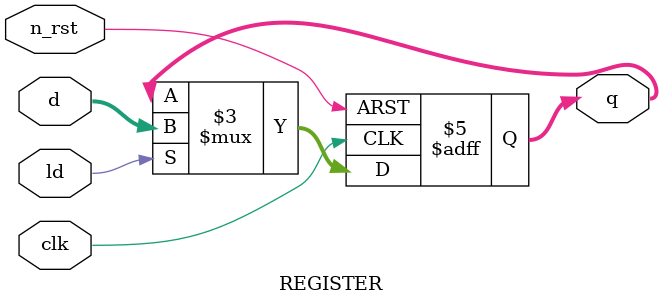
<source format=v>
`default_nettype none

module REGISTER(
    input wire clk,
    input wire n_rst,
    input wire ld,
    input wire [3:0] d,

    output reg [3:0] q
);
    always @(posedge clk or negedge n_rst) begin
        if (~n_rst)       
            q <= 4'd0;
        else if (ld)
            q <= d;
    end
endmodule

`default_nettype none
</source>
